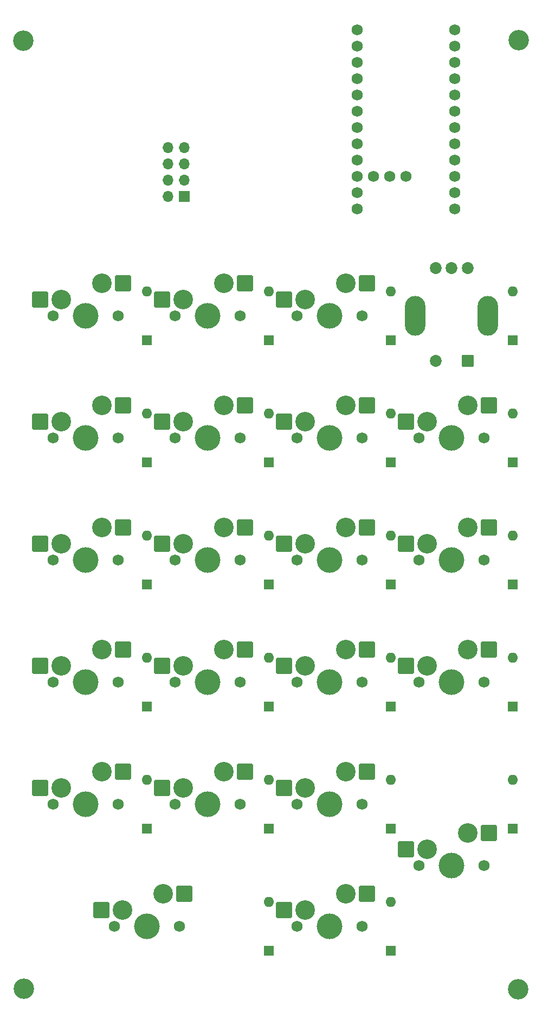
<source format=gbr>
%TF.GenerationSoftware,KiCad,Pcbnew,8.0.6*%
%TF.CreationDate,2024-12-22T21:39:13-05:00*%
%TF.ProjectId,Keypad 2.0,4b657970-6164-4203-922e-302e6b696361,rev?*%
%TF.SameCoordinates,Original*%
%TF.FileFunction,Soldermask,Bot*%
%TF.FilePolarity,Negative*%
%FSLAX46Y46*%
G04 Gerber Fmt 4.6, Leading zero omitted, Abs format (unit mm)*
G04 Created by KiCad (PCBNEW 8.0.6) date 2024-12-22 21:39:13*
%MOMM*%
%LPD*%
G01*
G04 APERTURE LIST*
G04 Aperture macros list*
%AMRoundRect*
0 Rectangle with rounded corners*
0 $1 Rounding radius*
0 $2 $3 $4 $5 $6 $7 $8 $9 X,Y pos of 4 corners*
0 Add a 4 corners polygon primitive as box body*
4,1,4,$2,$3,$4,$5,$6,$7,$8,$9,$2,$3,0*
0 Add four circle primitives for the rounded corners*
1,1,$1+$1,$2,$3*
1,1,$1+$1,$4,$5*
1,1,$1+$1,$6,$7*
1,1,$1+$1,$8,$9*
0 Add four rect primitives between the rounded corners*
20,1,$1+$1,$2,$3,$4,$5,0*
20,1,$1+$1,$4,$5,$6,$7,0*
20,1,$1+$1,$6,$7,$8,$9,0*
20,1,$1+$1,$8,$9,$2,$3,0*%
G04 Aperture macros list end*
%ADD10C,3.200000*%
%ADD11R,1.600000X1.600000*%
%ADD12O,1.600000X1.600000*%
%ADD13C,1.750000*%
%ADD14C,3.050000*%
%ADD15C,4.000000*%
%ADD16RoundRect,0.250000X-1.025000X-1.000000X1.025000X-1.000000X1.025000X1.000000X-1.025000X1.000000X0*%
%ADD17RoundRect,0.102000X0.825000X0.825000X-0.825000X0.825000X-0.825000X-0.825000X0.825000X-0.825000X0*%
%ADD18C,1.854000*%
%ADD19O,3.204000X6.204000*%
%ADD20R,1.700000X1.700000*%
%ADD21O,1.700000X1.700000*%
%ADD22C,1.752600*%
G04 APERTURE END LIST*
D10*
%TO.C,H4*%
X45000000Y-30900000D03*
%TD*%
%TO.C,H3*%
X45134000Y-178745000D03*
%TD*%
%TO.C,H2*%
X122350000Y-178872000D03*
%TD*%
%TO.C,H1*%
X122428000Y-30800000D03*
%TD*%
D11*
%TO.C,D6*%
X102393750Y-96678750D03*
D12*
X102393750Y-89058750D03*
%TD*%
D13*
%TO.C,S15*%
X106838750Y-130968750D03*
D14*
X108108750Y-128428750D03*
D15*
X111918750Y-130968750D03*
D14*
X114458750Y-125888750D03*
D13*
X116998750Y-130968750D03*
D16*
X104833750Y-128428750D03*
X117760750Y-125888750D03*
%TD*%
D13*
%TO.C,S9*%
X68738750Y-111918750D03*
D14*
X70008750Y-109378750D03*
D15*
X73818750Y-111918750D03*
D14*
X76358750Y-106838750D03*
D13*
X78898750Y-111918750D03*
D16*
X66733750Y-109378750D03*
X79660750Y-106838750D03*
%TD*%
D11*
%TO.C,D13*%
X83343750Y-134778750D03*
D12*
X83343750Y-127158750D03*
%TD*%
D11*
%TO.C,D9*%
X83343750Y-115728750D03*
D12*
X83343750Y-108108750D03*
%TD*%
D13*
%TO.C,S14*%
X87788750Y-130968750D03*
D14*
X89058750Y-128428750D03*
D15*
X92868750Y-130968750D03*
D14*
X95408750Y-125888750D03*
D13*
X97948750Y-130968750D03*
D16*
X85783750Y-128428750D03*
X98710750Y-125888750D03*
%TD*%
D11*
%TO.C,D11*%
X121443750Y-115728750D03*
D12*
X121443750Y-108108750D03*
%TD*%
D13*
%TO.C,S12*%
X49688750Y-130968750D03*
D14*
X50958750Y-128428750D03*
D15*
X54768750Y-130968750D03*
D14*
X57308750Y-125888750D03*
D13*
X59848750Y-130968750D03*
D16*
X47683750Y-128428750D03*
X60610750Y-125888750D03*
%TD*%
D11*
%TO.C,D21*%
X102393750Y-172878750D03*
D12*
X102393750Y-165258750D03*
%TD*%
D13*
%TO.C,S21*%
X87788750Y-169068750D03*
D14*
X89058750Y-166528750D03*
D15*
X92868750Y-169068750D03*
D14*
X95408750Y-163988750D03*
D13*
X97948750Y-169068750D03*
D16*
X85783750Y-166528750D03*
X98710750Y-163988750D03*
%TD*%
D13*
%TO.C,S7*%
X106838750Y-92868750D03*
D14*
X108108750Y-90328750D03*
D15*
X111918750Y-92868750D03*
D14*
X114458750Y-87788750D03*
D13*
X116998750Y-92868750D03*
D16*
X104833750Y-90328750D03*
X117760750Y-87788750D03*
%TD*%
D11*
%TO.C,D7*%
X121443750Y-96678750D03*
D12*
X121443750Y-89058750D03*
%TD*%
D11*
%TO.C,D3*%
X102393750Y-77628750D03*
D12*
X102393750Y-70008750D03*
%TD*%
D13*
%TO.C,S1*%
X49688750Y-73818750D03*
D14*
X50958750Y-71278750D03*
D15*
X54768750Y-73818750D03*
D14*
X57308750Y-68738750D03*
D13*
X59848750Y-73818750D03*
D16*
X47683750Y-71278750D03*
X60610750Y-68738750D03*
%TD*%
D13*
%TO.C,S18*%
X87788750Y-150018750D03*
D14*
X89058750Y-147478750D03*
D15*
X92868750Y-150018750D03*
D14*
X95408750Y-144938750D03*
D13*
X97948750Y-150018750D03*
D16*
X85783750Y-147478750D03*
X98710750Y-144938750D03*
%TD*%
D13*
%TO.C,S8*%
X49688750Y-111918750D03*
D14*
X50958750Y-109378750D03*
D15*
X54768750Y-111918750D03*
D14*
X57308750Y-106838750D03*
D13*
X59848750Y-111918750D03*
D16*
X47683750Y-109378750D03*
X60610750Y-106838750D03*
%TD*%
D13*
%TO.C,S11*%
X106838750Y-111918750D03*
D14*
X108108750Y-109378750D03*
D15*
X111918750Y-111918750D03*
D14*
X114458750Y-106838750D03*
D13*
X116998750Y-111918750D03*
D16*
X104833750Y-109378750D03*
X117760750Y-106838750D03*
%TD*%
D13*
%TO.C,S3*%
X87788750Y-73818750D03*
D14*
X89058750Y-71278750D03*
D15*
X92868750Y-73818750D03*
D14*
X95408750Y-68738750D03*
D13*
X97948750Y-73818750D03*
D16*
X85783750Y-71278750D03*
X98710750Y-68738750D03*
%TD*%
D13*
%TO.C,S13*%
X68738750Y-130968750D03*
D14*
X70008750Y-128428750D03*
D15*
X73818750Y-130968750D03*
D14*
X76358750Y-125888750D03*
D13*
X78898750Y-130968750D03*
D16*
X66733750Y-128428750D03*
X79660750Y-125888750D03*
%TD*%
D17*
%TO.C,SW1*%
X114418750Y-80818750D03*
D18*
X109418750Y-80818750D03*
X114418750Y-66318750D03*
X109418750Y-66318750D03*
X111918750Y-66318750D03*
D19*
X117618750Y-73818750D03*
X106218750Y-73818750D03*
%TD*%
D11*
%TO.C,D22*%
X121443750Y-77628750D03*
D12*
X121443750Y-70008750D03*
%TD*%
D13*
%TO.C,S6*%
X87788750Y-92868750D03*
D14*
X89058750Y-90328750D03*
D15*
X92868750Y-92868750D03*
D14*
X95408750Y-87788750D03*
D13*
X97948750Y-92868750D03*
D16*
X85783750Y-90328750D03*
X98710750Y-87788750D03*
%TD*%
D11*
%TO.C,D8*%
X64293750Y-115728750D03*
D12*
X64293750Y-108108750D03*
%TD*%
D13*
%TO.C,S17*%
X68738750Y-150018750D03*
D14*
X70008750Y-147478750D03*
D15*
X73818750Y-150018750D03*
D14*
X76358750Y-144938750D03*
D13*
X78898750Y-150018750D03*
D16*
X66733750Y-147478750D03*
X79660750Y-144938750D03*
%TD*%
D11*
%TO.C,D18*%
X102393750Y-153828750D03*
D12*
X102393750Y-146208750D03*
%TD*%
D11*
%TO.C,D15*%
X121443750Y-134778750D03*
D12*
X121443750Y-127158750D03*
%TD*%
D11*
%TO.C,D2*%
X83343750Y-77628750D03*
D12*
X83343750Y-70008750D03*
%TD*%
D11*
%TO.C,D19*%
X121443750Y-153828750D03*
D12*
X121443750Y-146208750D03*
%TD*%
D11*
%TO.C,D12*%
X64293750Y-134778750D03*
D12*
X64293750Y-127158750D03*
%TD*%
D11*
%TO.C,D16*%
X64293750Y-153828750D03*
D12*
X64293750Y-146208750D03*
%TD*%
D20*
%TO.C,J1*%
X70200000Y-55200000D03*
D21*
X67660000Y-55200000D03*
X70200000Y-52660000D03*
X67660000Y-52660000D03*
X70200000Y-50120000D03*
X67660000Y-50120000D03*
X70200000Y-47580000D03*
X67660000Y-47580000D03*
%TD*%
D11*
%TO.C,D20*%
X83343750Y-172878750D03*
D12*
X83343750Y-165258750D03*
%TD*%
D13*
%TO.C,S20*%
X59213750Y-169068750D03*
D14*
X60483750Y-166528750D03*
D15*
X64293750Y-169068750D03*
D14*
X66833750Y-163988750D03*
D13*
X69373750Y-169068750D03*
D16*
X57208750Y-166528750D03*
X70135750Y-163988750D03*
%TD*%
D22*
%TO.C,U2*%
X104775000Y-52032500D03*
X102235000Y-52032500D03*
X99695000Y-52032500D03*
X112395000Y-29172500D03*
X112395000Y-31712500D03*
X112395000Y-34252500D03*
X112395000Y-36792500D03*
X112395000Y-39332500D03*
X112395000Y-41872500D03*
X112395000Y-44412500D03*
X112395000Y-46952500D03*
X112395000Y-49492500D03*
X112395000Y-52032500D03*
X112395000Y-54572500D03*
X112395000Y-57112500D03*
X97155000Y-57112500D03*
X97155000Y-54572500D03*
X97155000Y-52032500D03*
X97155000Y-49492500D03*
X97155000Y-46952500D03*
X97155000Y-44412500D03*
X97155000Y-41872500D03*
X97155000Y-39332500D03*
X97155000Y-36792500D03*
X97155000Y-34252500D03*
X97155000Y-31712500D03*
X97155000Y-29172500D03*
%TD*%
D11*
%TO.C,D4*%
X64293750Y-96678750D03*
D12*
X64293750Y-89058750D03*
%TD*%
D13*
%TO.C,S10*%
X87788750Y-111918750D03*
D14*
X89058750Y-109378750D03*
D15*
X92868750Y-111918750D03*
D14*
X95408750Y-106838750D03*
D13*
X97948750Y-111918750D03*
D16*
X85783750Y-109378750D03*
X98710750Y-106838750D03*
%TD*%
D11*
%TO.C,D10*%
X102393750Y-115728750D03*
D12*
X102393750Y-108108750D03*
%TD*%
D13*
%TO.C,S4*%
X49688750Y-92868750D03*
D14*
X50958750Y-90328750D03*
D15*
X54768750Y-92868750D03*
D14*
X57308750Y-87788750D03*
D13*
X59848750Y-92868750D03*
D16*
X47683750Y-90328750D03*
X60610750Y-87788750D03*
%TD*%
D13*
%TO.C,S5*%
X68738750Y-92868750D03*
D14*
X70008750Y-90328750D03*
D15*
X73818750Y-92868750D03*
D14*
X76358750Y-87788750D03*
D13*
X78898750Y-92868750D03*
D16*
X66733750Y-90328750D03*
X79660750Y-87788750D03*
%TD*%
D13*
%TO.C,S2*%
X68738750Y-73818750D03*
D14*
X70008750Y-71278750D03*
D15*
X73818750Y-73818750D03*
D14*
X76358750Y-68738750D03*
D13*
X78898750Y-73818750D03*
D16*
X66733750Y-71278750D03*
X79660750Y-68738750D03*
%TD*%
D13*
%TO.C,S19*%
X106838750Y-159543750D03*
D14*
X108108750Y-157003750D03*
D15*
X111918750Y-159543750D03*
D14*
X114458750Y-154463750D03*
D13*
X116998750Y-159543750D03*
D16*
X104833750Y-157003750D03*
X117760750Y-154463750D03*
%TD*%
D13*
%TO.C,S16*%
X49688750Y-150018750D03*
D14*
X50958750Y-147478750D03*
D15*
X54768750Y-150018750D03*
D14*
X57308750Y-144938750D03*
D13*
X59848750Y-150018750D03*
D16*
X47683750Y-147478750D03*
X60610750Y-144938750D03*
%TD*%
D11*
%TO.C,D17*%
X83343750Y-153828750D03*
D12*
X83343750Y-146208750D03*
%TD*%
D11*
%TO.C,D5*%
X83343750Y-96678750D03*
D12*
X83343750Y-89058750D03*
%TD*%
D11*
%TO.C,D14*%
X102393750Y-134778750D03*
D12*
X102393750Y-127158750D03*
%TD*%
D11*
%TO.C,D1*%
X64293750Y-77628750D03*
D12*
X64293750Y-70008750D03*
%TD*%
M02*

</source>
